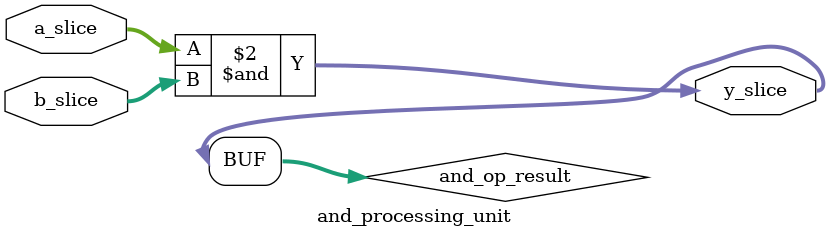
<source format=sv>
module and_gate_8_delay (
    input  wire        clk,       // System clock
    input  wire        rst_n,     // Active low reset
    input  wire [7:0]  a,         // 8-bit input A
    input  wire [7:0]  b,         // 8-bit input B
    output wire [7:0]  y          // 8-bit output Y
);
    // Data flow control signals
    wire [7:0] and_result;        // Combinational AND result
    reg  [7:0] pipeline_reg;      // Pipeline register for timing optimization
    
    // Instantiate the datapath module
    and_datapath and_datapath_inst (
        .a_operand(a),
        .b_operand(b),
        .and_result(and_result)
    );
    
    // Pipeline register for improved timing
    always @(posedge clk or negedge rst_n) begin
        if (!rst_n) begin
            pipeline_reg <= 8'b0;
        end else begin
            pipeline_reg <= and_result;
        end
    end
    
    // Output assignment
    assign y = pipeline_reg;
    
endmodule

// Datapath module containing the AND operation logic
module and_datapath (
    input  wire [7:0] a_operand,   // 8-bit input operand A
    input  wire [7:0] b_operand,   // 8-bit input operand B
    output wire [7:0] and_result   // 8-bit AND result
);
    // Instantiate four 2-bit AND processing units
    and_processing_unit and_pu0 (
        .a_slice(a_operand[1:0]),
        .b_slice(b_operand[1:0]),
        .y_slice(and_result[1:0])
    );
    
    and_processing_unit and_pu1 (
        .a_slice(a_operand[3:2]),
        .b_slice(b_operand[3:2]),
        .y_slice(and_result[3:2])
    );
    
    and_processing_unit and_pu2 (
        .a_slice(a_operand[5:4]),
        .b_slice(b_operand[5:4]),
        .y_slice(and_result[5:4])
    );
    
    and_processing_unit and_pu3 (
        .a_slice(a_operand[7:6]),
        .b_slice(b_operand[7:6]),
        .y_slice(and_result[7:6])
    );
    
endmodule

// 2-bit AND processing unit with optimized timing
module and_processing_unit (
    input  wire [1:0] a_slice,    // 2-bit slice of input A
    input  wire [1:0] b_slice,    // 2-bit slice of input B
    output reg  [1:0] y_slice     // 2-bit slice of output Y
);
    // Internal signals for timing control
    reg [1:0] and_op_result;
    
    // Compute AND operation with delay model
    always @(a_slice, b_slice) begin
        and_op_result = a_slice & b_slice;
        #5 y_slice = and_op_result;  // 5-time unit delay preserved
    end
endmodule
</source>
